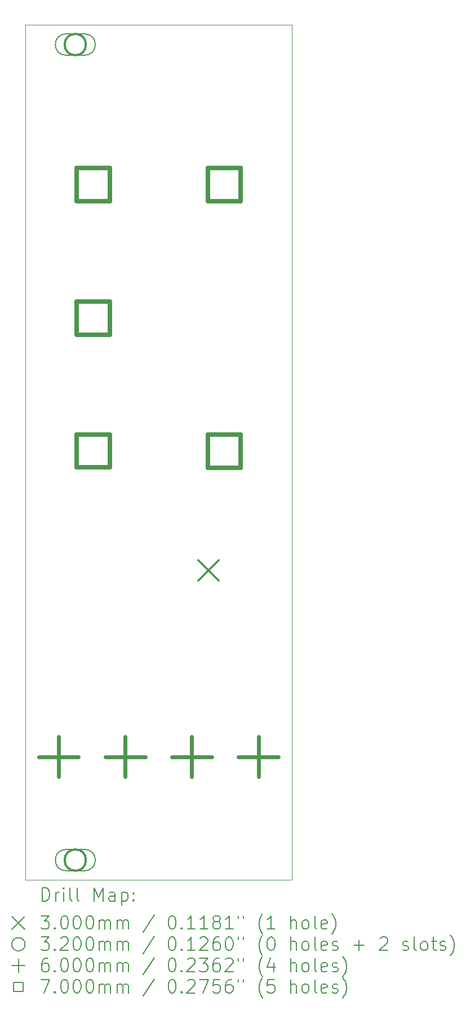
<source format=gbr>
%TF.GenerationSoftware,KiCad,Pcbnew,6.0.9+dfsg-1~bpo11+1*%
%TF.CreationDate,2023-01-13T02:31:23+08:00*%
%TF.ProjectId,MiniVerb - Front,4d696e69-5665-4726-9220-2d2046726f6e,rev?*%
%TF.SameCoordinates,Original*%
%TF.FileFunction,Drillmap*%
%TF.FilePolarity,Positive*%
%FSLAX45Y45*%
G04 Gerber Fmt 4.5, Leading zero omitted, Abs format (unit mm)*
G04 Created by KiCad (PCBNEW 6.0.9+dfsg-1~bpo11+1) date 2023-01-13 02:31:23*
%MOMM*%
%LPD*%
G01*
G04 APERTURE LIST*
%ADD10C,0.100000*%
%ADD11C,0.200000*%
%ADD12C,0.300000*%
%ADD13C,0.320000*%
%ADD14C,0.600000*%
%ADD15C,0.700000*%
G04 APERTURE END LIST*
D10*
X12000000Y-16050000D02*
X12000000Y-3200000D01*
X12000000Y-3200000D02*
X16000000Y-3200000D01*
X16000000Y-16050000D02*
X12000000Y-16050000D01*
X16000000Y-3200000D02*
X16000000Y-16050000D01*
D11*
D12*
X14600000Y-11250000D02*
X14900000Y-11550000D01*
X14900000Y-11250000D02*
X14600000Y-11550000D01*
D13*
X12910000Y-3500109D02*
G75*
G03*
X12910000Y-3500109I-160000J0D01*
G01*
D11*
X12610000Y-3660109D02*
X12890000Y-3660109D01*
X12610000Y-3340109D02*
X12890000Y-3340109D01*
X12890000Y-3660109D02*
G75*
G03*
X12890000Y-3340109I0J160000D01*
G01*
X12610000Y-3340109D02*
G75*
G03*
X12610000Y-3660109I0J-160000D01*
G01*
D13*
X12910000Y-15750109D02*
G75*
G03*
X12910000Y-15750109I-160000J0D01*
G01*
D11*
X12610000Y-15910109D02*
X12890000Y-15910109D01*
X12610000Y-15590109D02*
X12890000Y-15590109D01*
X12890000Y-15910109D02*
G75*
G03*
X12890000Y-15590109I0J160000D01*
G01*
X12610000Y-15590109D02*
G75*
G03*
X12610000Y-15910109I0J-160000D01*
G01*
D14*
X12499000Y-13900000D02*
X12499000Y-14500000D01*
X12199000Y-14200000D02*
X12799000Y-14200000D01*
X13500000Y-13900000D02*
X13500000Y-14500000D01*
X13200000Y-14200000D02*
X13800000Y-14200000D01*
X14500000Y-13900000D02*
X14500000Y-14500000D01*
X14200000Y-14200000D02*
X14800000Y-14200000D01*
X15501000Y-13900000D02*
X15501000Y-14500000D01*
X15201000Y-14200000D02*
X15801000Y-14200000D01*
D15*
X13265490Y-9852490D02*
X13265490Y-9357510D01*
X12770510Y-9357510D01*
X12770510Y-9852490D01*
X13265490Y-9852490D01*
X13266490Y-7857490D02*
X13266490Y-7362510D01*
X12771510Y-7362510D01*
X12771510Y-7857490D01*
X13266490Y-7857490D01*
X13267490Y-5852490D02*
X13267490Y-5357510D01*
X12772510Y-5357510D01*
X12772510Y-5852490D01*
X13267490Y-5852490D01*
X15237490Y-5852490D02*
X15237490Y-5357510D01*
X14742510Y-5357510D01*
X14742510Y-5852490D01*
X15237490Y-5852490D01*
X15237490Y-9854490D02*
X15237490Y-9359510D01*
X14742510Y-9359510D01*
X14742510Y-9854490D01*
X15237490Y-9854490D01*
D11*
X12252619Y-16365476D02*
X12252619Y-16165476D01*
X12300238Y-16165476D01*
X12328809Y-16175000D01*
X12347857Y-16194048D01*
X12357381Y-16213095D01*
X12366905Y-16251190D01*
X12366905Y-16279762D01*
X12357381Y-16317857D01*
X12347857Y-16336905D01*
X12328809Y-16355952D01*
X12300238Y-16365476D01*
X12252619Y-16365476D01*
X12452619Y-16365476D02*
X12452619Y-16232143D01*
X12452619Y-16270238D02*
X12462143Y-16251190D01*
X12471667Y-16241667D01*
X12490714Y-16232143D01*
X12509762Y-16232143D01*
X12576428Y-16365476D02*
X12576428Y-16232143D01*
X12576428Y-16165476D02*
X12566905Y-16175000D01*
X12576428Y-16184524D01*
X12585952Y-16175000D01*
X12576428Y-16165476D01*
X12576428Y-16184524D01*
X12700238Y-16365476D02*
X12681190Y-16355952D01*
X12671667Y-16336905D01*
X12671667Y-16165476D01*
X12805000Y-16365476D02*
X12785952Y-16355952D01*
X12776428Y-16336905D01*
X12776428Y-16165476D01*
X13033571Y-16365476D02*
X13033571Y-16165476D01*
X13100238Y-16308333D01*
X13166905Y-16165476D01*
X13166905Y-16365476D01*
X13347857Y-16365476D02*
X13347857Y-16260714D01*
X13338333Y-16241667D01*
X13319286Y-16232143D01*
X13281190Y-16232143D01*
X13262143Y-16241667D01*
X13347857Y-16355952D02*
X13328809Y-16365476D01*
X13281190Y-16365476D01*
X13262143Y-16355952D01*
X13252619Y-16336905D01*
X13252619Y-16317857D01*
X13262143Y-16298809D01*
X13281190Y-16289286D01*
X13328809Y-16289286D01*
X13347857Y-16279762D01*
X13443095Y-16232143D02*
X13443095Y-16432143D01*
X13443095Y-16241667D02*
X13462143Y-16232143D01*
X13500238Y-16232143D01*
X13519286Y-16241667D01*
X13528809Y-16251190D01*
X13538333Y-16270238D01*
X13538333Y-16327381D01*
X13528809Y-16346428D01*
X13519286Y-16355952D01*
X13500238Y-16365476D01*
X13462143Y-16365476D01*
X13443095Y-16355952D01*
X13624048Y-16346428D02*
X13633571Y-16355952D01*
X13624048Y-16365476D01*
X13614524Y-16355952D01*
X13624048Y-16346428D01*
X13624048Y-16365476D01*
X13624048Y-16241667D02*
X13633571Y-16251190D01*
X13624048Y-16260714D01*
X13614524Y-16251190D01*
X13624048Y-16241667D01*
X13624048Y-16260714D01*
X11795000Y-16595000D02*
X11995000Y-16795000D01*
X11995000Y-16595000D02*
X11795000Y-16795000D01*
X12233571Y-16585476D02*
X12357381Y-16585476D01*
X12290714Y-16661667D01*
X12319286Y-16661667D01*
X12338333Y-16671190D01*
X12347857Y-16680714D01*
X12357381Y-16699762D01*
X12357381Y-16747381D01*
X12347857Y-16766428D01*
X12338333Y-16775952D01*
X12319286Y-16785476D01*
X12262143Y-16785476D01*
X12243095Y-16775952D01*
X12233571Y-16766428D01*
X12443095Y-16766428D02*
X12452619Y-16775952D01*
X12443095Y-16785476D01*
X12433571Y-16775952D01*
X12443095Y-16766428D01*
X12443095Y-16785476D01*
X12576428Y-16585476D02*
X12595476Y-16585476D01*
X12614524Y-16595000D01*
X12624048Y-16604524D01*
X12633571Y-16623571D01*
X12643095Y-16661667D01*
X12643095Y-16709286D01*
X12633571Y-16747381D01*
X12624048Y-16766428D01*
X12614524Y-16775952D01*
X12595476Y-16785476D01*
X12576428Y-16785476D01*
X12557381Y-16775952D01*
X12547857Y-16766428D01*
X12538333Y-16747381D01*
X12528809Y-16709286D01*
X12528809Y-16661667D01*
X12538333Y-16623571D01*
X12547857Y-16604524D01*
X12557381Y-16595000D01*
X12576428Y-16585476D01*
X12766905Y-16585476D02*
X12785952Y-16585476D01*
X12805000Y-16595000D01*
X12814524Y-16604524D01*
X12824048Y-16623571D01*
X12833571Y-16661667D01*
X12833571Y-16709286D01*
X12824048Y-16747381D01*
X12814524Y-16766428D01*
X12805000Y-16775952D01*
X12785952Y-16785476D01*
X12766905Y-16785476D01*
X12747857Y-16775952D01*
X12738333Y-16766428D01*
X12728809Y-16747381D01*
X12719286Y-16709286D01*
X12719286Y-16661667D01*
X12728809Y-16623571D01*
X12738333Y-16604524D01*
X12747857Y-16595000D01*
X12766905Y-16585476D01*
X12957381Y-16585476D02*
X12976428Y-16585476D01*
X12995476Y-16595000D01*
X13005000Y-16604524D01*
X13014524Y-16623571D01*
X13024048Y-16661667D01*
X13024048Y-16709286D01*
X13014524Y-16747381D01*
X13005000Y-16766428D01*
X12995476Y-16775952D01*
X12976428Y-16785476D01*
X12957381Y-16785476D01*
X12938333Y-16775952D01*
X12928809Y-16766428D01*
X12919286Y-16747381D01*
X12909762Y-16709286D01*
X12909762Y-16661667D01*
X12919286Y-16623571D01*
X12928809Y-16604524D01*
X12938333Y-16595000D01*
X12957381Y-16585476D01*
X13109762Y-16785476D02*
X13109762Y-16652143D01*
X13109762Y-16671190D02*
X13119286Y-16661667D01*
X13138333Y-16652143D01*
X13166905Y-16652143D01*
X13185952Y-16661667D01*
X13195476Y-16680714D01*
X13195476Y-16785476D01*
X13195476Y-16680714D02*
X13205000Y-16661667D01*
X13224048Y-16652143D01*
X13252619Y-16652143D01*
X13271667Y-16661667D01*
X13281190Y-16680714D01*
X13281190Y-16785476D01*
X13376428Y-16785476D02*
X13376428Y-16652143D01*
X13376428Y-16671190D02*
X13385952Y-16661667D01*
X13405000Y-16652143D01*
X13433571Y-16652143D01*
X13452619Y-16661667D01*
X13462143Y-16680714D01*
X13462143Y-16785476D01*
X13462143Y-16680714D02*
X13471667Y-16661667D01*
X13490714Y-16652143D01*
X13519286Y-16652143D01*
X13538333Y-16661667D01*
X13547857Y-16680714D01*
X13547857Y-16785476D01*
X13938333Y-16575952D02*
X13766905Y-16833095D01*
X14195476Y-16585476D02*
X14214524Y-16585476D01*
X14233571Y-16595000D01*
X14243095Y-16604524D01*
X14252619Y-16623571D01*
X14262143Y-16661667D01*
X14262143Y-16709286D01*
X14252619Y-16747381D01*
X14243095Y-16766428D01*
X14233571Y-16775952D01*
X14214524Y-16785476D01*
X14195476Y-16785476D01*
X14176428Y-16775952D01*
X14166905Y-16766428D01*
X14157381Y-16747381D01*
X14147857Y-16709286D01*
X14147857Y-16661667D01*
X14157381Y-16623571D01*
X14166905Y-16604524D01*
X14176428Y-16595000D01*
X14195476Y-16585476D01*
X14347857Y-16766428D02*
X14357381Y-16775952D01*
X14347857Y-16785476D01*
X14338333Y-16775952D01*
X14347857Y-16766428D01*
X14347857Y-16785476D01*
X14547857Y-16785476D02*
X14433571Y-16785476D01*
X14490714Y-16785476D02*
X14490714Y-16585476D01*
X14471667Y-16614048D01*
X14452619Y-16633095D01*
X14433571Y-16642619D01*
X14738333Y-16785476D02*
X14624048Y-16785476D01*
X14681190Y-16785476D02*
X14681190Y-16585476D01*
X14662143Y-16614048D01*
X14643095Y-16633095D01*
X14624048Y-16642619D01*
X14852619Y-16671190D02*
X14833571Y-16661667D01*
X14824048Y-16652143D01*
X14814524Y-16633095D01*
X14814524Y-16623571D01*
X14824048Y-16604524D01*
X14833571Y-16595000D01*
X14852619Y-16585476D01*
X14890714Y-16585476D01*
X14909762Y-16595000D01*
X14919286Y-16604524D01*
X14928809Y-16623571D01*
X14928809Y-16633095D01*
X14919286Y-16652143D01*
X14909762Y-16661667D01*
X14890714Y-16671190D01*
X14852619Y-16671190D01*
X14833571Y-16680714D01*
X14824048Y-16690238D01*
X14814524Y-16709286D01*
X14814524Y-16747381D01*
X14824048Y-16766428D01*
X14833571Y-16775952D01*
X14852619Y-16785476D01*
X14890714Y-16785476D01*
X14909762Y-16775952D01*
X14919286Y-16766428D01*
X14928809Y-16747381D01*
X14928809Y-16709286D01*
X14919286Y-16690238D01*
X14909762Y-16680714D01*
X14890714Y-16671190D01*
X15119286Y-16785476D02*
X15005000Y-16785476D01*
X15062143Y-16785476D02*
X15062143Y-16585476D01*
X15043095Y-16614048D01*
X15024048Y-16633095D01*
X15005000Y-16642619D01*
X15195476Y-16585476D02*
X15195476Y-16623571D01*
X15271667Y-16585476D02*
X15271667Y-16623571D01*
X15566905Y-16861667D02*
X15557381Y-16852143D01*
X15538333Y-16823571D01*
X15528809Y-16804524D01*
X15519286Y-16775952D01*
X15509762Y-16728333D01*
X15509762Y-16690238D01*
X15519286Y-16642619D01*
X15528809Y-16614048D01*
X15538333Y-16595000D01*
X15557381Y-16566428D01*
X15566905Y-16556905D01*
X15747857Y-16785476D02*
X15633571Y-16785476D01*
X15690714Y-16785476D02*
X15690714Y-16585476D01*
X15671667Y-16614048D01*
X15652619Y-16633095D01*
X15633571Y-16642619D01*
X15985952Y-16785476D02*
X15985952Y-16585476D01*
X16071667Y-16785476D02*
X16071667Y-16680714D01*
X16062143Y-16661667D01*
X16043095Y-16652143D01*
X16014524Y-16652143D01*
X15995476Y-16661667D01*
X15985952Y-16671190D01*
X16195476Y-16785476D02*
X16176428Y-16775952D01*
X16166905Y-16766428D01*
X16157381Y-16747381D01*
X16157381Y-16690238D01*
X16166905Y-16671190D01*
X16176428Y-16661667D01*
X16195476Y-16652143D01*
X16224048Y-16652143D01*
X16243095Y-16661667D01*
X16252619Y-16671190D01*
X16262143Y-16690238D01*
X16262143Y-16747381D01*
X16252619Y-16766428D01*
X16243095Y-16775952D01*
X16224048Y-16785476D01*
X16195476Y-16785476D01*
X16376428Y-16785476D02*
X16357381Y-16775952D01*
X16347857Y-16756905D01*
X16347857Y-16585476D01*
X16528809Y-16775952D02*
X16509762Y-16785476D01*
X16471667Y-16785476D01*
X16452619Y-16775952D01*
X16443095Y-16756905D01*
X16443095Y-16680714D01*
X16452619Y-16661667D01*
X16471667Y-16652143D01*
X16509762Y-16652143D01*
X16528809Y-16661667D01*
X16538333Y-16680714D01*
X16538333Y-16699762D01*
X16443095Y-16718809D01*
X16605000Y-16861667D02*
X16614524Y-16852143D01*
X16633571Y-16823571D01*
X16643095Y-16804524D01*
X16652619Y-16775952D01*
X16662143Y-16728333D01*
X16662143Y-16690238D01*
X16652619Y-16642619D01*
X16643095Y-16614048D01*
X16633571Y-16595000D01*
X16614524Y-16566428D01*
X16605000Y-16556905D01*
X11995000Y-17015000D02*
G75*
G03*
X11995000Y-17015000I-100000J0D01*
G01*
X12233571Y-16905476D02*
X12357381Y-16905476D01*
X12290714Y-16981667D01*
X12319286Y-16981667D01*
X12338333Y-16991190D01*
X12347857Y-17000714D01*
X12357381Y-17019762D01*
X12357381Y-17067381D01*
X12347857Y-17086429D01*
X12338333Y-17095952D01*
X12319286Y-17105476D01*
X12262143Y-17105476D01*
X12243095Y-17095952D01*
X12233571Y-17086429D01*
X12443095Y-17086429D02*
X12452619Y-17095952D01*
X12443095Y-17105476D01*
X12433571Y-17095952D01*
X12443095Y-17086429D01*
X12443095Y-17105476D01*
X12528809Y-16924524D02*
X12538333Y-16915000D01*
X12557381Y-16905476D01*
X12605000Y-16905476D01*
X12624048Y-16915000D01*
X12633571Y-16924524D01*
X12643095Y-16943571D01*
X12643095Y-16962619D01*
X12633571Y-16991190D01*
X12519286Y-17105476D01*
X12643095Y-17105476D01*
X12766905Y-16905476D02*
X12785952Y-16905476D01*
X12805000Y-16915000D01*
X12814524Y-16924524D01*
X12824048Y-16943571D01*
X12833571Y-16981667D01*
X12833571Y-17029286D01*
X12824048Y-17067381D01*
X12814524Y-17086429D01*
X12805000Y-17095952D01*
X12785952Y-17105476D01*
X12766905Y-17105476D01*
X12747857Y-17095952D01*
X12738333Y-17086429D01*
X12728809Y-17067381D01*
X12719286Y-17029286D01*
X12719286Y-16981667D01*
X12728809Y-16943571D01*
X12738333Y-16924524D01*
X12747857Y-16915000D01*
X12766905Y-16905476D01*
X12957381Y-16905476D02*
X12976428Y-16905476D01*
X12995476Y-16915000D01*
X13005000Y-16924524D01*
X13014524Y-16943571D01*
X13024048Y-16981667D01*
X13024048Y-17029286D01*
X13014524Y-17067381D01*
X13005000Y-17086429D01*
X12995476Y-17095952D01*
X12976428Y-17105476D01*
X12957381Y-17105476D01*
X12938333Y-17095952D01*
X12928809Y-17086429D01*
X12919286Y-17067381D01*
X12909762Y-17029286D01*
X12909762Y-16981667D01*
X12919286Y-16943571D01*
X12928809Y-16924524D01*
X12938333Y-16915000D01*
X12957381Y-16905476D01*
X13109762Y-17105476D02*
X13109762Y-16972143D01*
X13109762Y-16991190D02*
X13119286Y-16981667D01*
X13138333Y-16972143D01*
X13166905Y-16972143D01*
X13185952Y-16981667D01*
X13195476Y-17000714D01*
X13195476Y-17105476D01*
X13195476Y-17000714D02*
X13205000Y-16981667D01*
X13224048Y-16972143D01*
X13252619Y-16972143D01*
X13271667Y-16981667D01*
X13281190Y-17000714D01*
X13281190Y-17105476D01*
X13376428Y-17105476D02*
X13376428Y-16972143D01*
X13376428Y-16991190D02*
X13385952Y-16981667D01*
X13405000Y-16972143D01*
X13433571Y-16972143D01*
X13452619Y-16981667D01*
X13462143Y-17000714D01*
X13462143Y-17105476D01*
X13462143Y-17000714D02*
X13471667Y-16981667D01*
X13490714Y-16972143D01*
X13519286Y-16972143D01*
X13538333Y-16981667D01*
X13547857Y-17000714D01*
X13547857Y-17105476D01*
X13938333Y-16895952D02*
X13766905Y-17153095D01*
X14195476Y-16905476D02*
X14214524Y-16905476D01*
X14233571Y-16915000D01*
X14243095Y-16924524D01*
X14252619Y-16943571D01*
X14262143Y-16981667D01*
X14262143Y-17029286D01*
X14252619Y-17067381D01*
X14243095Y-17086429D01*
X14233571Y-17095952D01*
X14214524Y-17105476D01*
X14195476Y-17105476D01*
X14176428Y-17095952D01*
X14166905Y-17086429D01*
X14157381Y-17067381D01*
X14147857Y-17029286D01*
X14147857Y-16981667D01*
X14157381Y-16943571D01*
X14166905Y-16924524D01*
X14176428Y-16915000D01*
X14195476Y-16905476D01*
X14347857Y-17086429D02*
X14357381Y-17095952D01*
X14347857Y-17105476D01*
X14338333Y-17095952D01*
X14347857Y-17086429D01*
X14347857Y-17105476D01*
X14547857Y-17105476D02*
X14433571Y-17105476D01*
X14490714Y-17105476D02*
X14490714Y-16905476D01*
X14471667Y-16934048D01*
X14452619Y-16953095D01*
X14433571Y-16962619D01*
X14624048Y-16924524D02*
X14633571Y-16915000D01*
X14652619Y-16905476D01*
X14700238Y-16905476D01*
X14719286Y-16915000D01*
X14728809Y-16924524D01*
X14738333Y-16943571D01*
X14738333Y-16962619D01*
X14728809Y-16991190D01*
X14614524Y-17105476D01*
X14738333Y-17105476D01*
X14909762Y-16905476D02*
X14871667Y-16905476D01*
X14852619Y-16915000D01*
X14843095Y-16924524D01*
X14824048Y-16953095D01*
X14814524Y-16991190D01*
X14814524Y-17067381D01*
X14824048Y-17086429D01*
X14833571Y-17095952D01*
X14852619Y-17105476D01*
X14890714Y-17105476D01*
X14909762Y-17095952D01*
X14919286Y-17086429D01*
X14928809Y-17067381D01*
X14928809Y-17019762D01*
X14919286Y-17000714D01*
X14909762Y-16991190D01*
X14890714Y-16981667D01*
X14852619Y-16981667D01*
X14833571Y-16991190D01*
X14824048Y-17000714D01*
X14814524Y-17019762D01*
X15052619Y-16905476D02*
X15071667Y-16905476D01*
X15090714Y-16915000D01*
X15100238Y-16924524D01*
X15109762Y-16943571D01*
X15119286Y-16981667D01*
X15119286Y-17029286D01*
X15109762Y-17067381D01*
X15100238Y-17086429D01*
X15090714Y-17095952D01*
X15071667Y-17105476D01*
X15052619Y-17105476D01*
X15033571Y-17095952D01*
X15024048Y-17086429D01*
X15014524Y-17067381D01*
X15005000Y-17029286D01*
X15005000Y-16981667D01*
X15014524Y-16943571D01*
X15024048Y-16924524D01*
X15033571Y-16915000D01*
X15052619Y-16905476D01*
X15195476Y-16905476D02*
X15195476Y-16943571D01*
X15271667Y-16905476D02*
X15271667Y-16943571D01*
X15566905Y-17181667D02*
X15557381Y-17172143D01*
X15538333Y-17143571D01*
X15528809Y-17124524D01*
X15519286Y-17095952D01*
X15509762Y-17048333D01*
X15509762Y-17010238D01*
X15519286Y-16962619D01*
X15528809Y-16934048D01*
X15538333Y-16915000D01*
X15557381Y-16886429D01*
X15566905Y-16876905D01*
X15681190Y-16905476D02*
X15700238Y-16905476D01*
X15719286Y-16915000D01*
X15728809Y-16924524D01*
X15738333Y-16943571D01*
X15747857Y-16981667D01*
X15747857Y-17029286D01*
X15738333Y-17067381D01*
X15728809Y-17086429D01*
X15719286Y-17095952D01*
X15700238Y-17105476D01*
X15681190Y-17105476D01*
X15662143Y-17095952D01*
X15652619Y-17086429D01*
X15643095Y-17067381D01*
X15633571Y-17029286D01*
X15633571Y-16981667D01*
X15643095Y-16943571D01*
X15652619Y-16924524D01*
X15662143Y-16915000D01*
X15681190Y-16905476D01*
X15985952Y-17105476D02*
X15985952Y-16905476D01*
X16071667Y-17105476D02*
X16071667Y-17000714D01*
X16062143Y-16981667D01*
X16043095Y-16972143D01*
X16014524Y-16972143D01*
X15995476Y-16981667D01*
X15985952Y-16991190D01*
X16195476Y-17105476D02*
X16176428Y-17095952D01*
X16166905Y-17086429D01*
X16157381Y-17067381D01*
X16157381Y-17010238D01*
X16166905Y-16991190D01*
X16176428Y-16981667D01*
X16195476Y-16972143D01*
X16224048Y-16972143D01*
X16243095Y-16981667D01*
X16252619Y-16991190D01*
X16262143Y-17010238D01*
X16262143Y-17067381D01*
X16252619Y-17086429D01*
X16243095Y-17095952D01*
X16224048Y-17105476D01*
X16195476Y-17105476D01*
X16376428Y-17105476D02*
X16357381Y-17095952D01*
X16347857Y-17076905D01*
X16347857Y-16905476D01*
X16528809Y-17095952D02*
X16509762Y-17105476D01*
X16471667Y-17105476D01*
X16452619Y-17095952D01*
X16443095Y-17076905D01*
X16443095Y-17000714D01*
X16452619Y-16981667D01*
X16471667Y-16972143D01*
X16509762Y-16972143D01*
X16528809Y-16981667D01*
X16538333Y-17000714D01*
X16538333Y-17019762D01*
X16443095Y-17038810D01*
X16614524Y-17095952D02*
X16633571Y-17105476D01*
X16671667Y-17105476D01*
X16690714Y-17095952D01*
X16700238Y-17076905D01*
X16700238Y-17067381D01*
X16690714Y-17048333D01*
X16671667Y-17038810D01*
X16643095Y-17038810D01*
X16624048Y-17029286D01*
X16614524Y-17010238D01*
X16614524Y-17000714D01*
X16624048Y-16981667D01*
X16643095Y-16972143D01*
X16671667Y-16972143D01*
X16690714Y-16981667D01*
X16938333Y-17029286D02*
X17090714Y-17029286D01*
X17014524Y-17105476D02*
X17014524Y-16953095D01*
X17328810Y-16924524D02*
X17338333Y-16915000D01*
X17357381Y-16905476D01*
X17405000Y-16905476D01*
X17424048Y-16915000D01*
X17433571Y-16924524D01*
X17443095Y-16943571D01*
X17443095Y-16962619D01*
X17433571Y-16991190D01*
X17319286Y-17105476D01*
X17443095Y-17105476D01*
X17671667Y-17095952D02*
X17690714Y-17105476D01*
X17728810Y-17105476D01*
X17747857Y-17095952D01*
X17757381Y-17076905D01*
X17757381Y-17067381D01*
X17747857Y-17048333D01*
X17728810Y-17038810D01*
X17700238Y-17038810D01*
X17681190Y-17029286D01*
X17671667Y-17010238D01*
X17671667Y-17000714D01*
X17681190Y-16981667D01*
X17700238Y-16972143D01*
X17728810Y-16972143D01*
X17747857Y-16981667D01*
X17871667Y-17105476D02*
X17852619Y-17095952D01*
X17843095Y-17076905D01*
X17843095Y-16905476D01*
X17976429Y-17105476D02*
X17957381Y-17095952D01*
X17947857Y-17086429D01*
X17938333Y-17067381D01*
X17938333Y-17010238D01*
X17947857Y-16991190D01*
X17957381Y-16981667D01*
X17976429Y-16972143D01*
X18005000Y-16972143D01*
X18024048Y-16981667D01*
X18033571Y-16991190D01*
X18043095Y-17010238D01*
X18043095Y-17067381D01*
X18033571Y-17086429D01*
X18024048Y-17095952D01*
X18005000Y-17105476D01*
X17976429Y-17105476D01*
X18100238Y-16972143D02*
X18176429Y-16972143D01*
X18128810Y-16905476D02*
X18128810Y-17076905D01*
X18138333Y-17095952D01*
X18157381Y-17105476D01*
X18176429Y-17105476D01*
X18233571Y-17095952D02*
X18252619Y-17105476D01*
X18290714Y-17105476D01*
X18309762Y-17095952D01*
X18319286Y-17076905D01*
X18319286Y-17067381D01*
X18309762Y-17048333D01*
X18290714Y-17038810D01*
X18262143Y-17038810D01*
X18243095Y-17029286D01*
X18233571Y-17010238D01*
X18233571Y-17000714D01*
X18243095Y-16981667D01*
X18262143Y-16972143D01*
X18290714Y-16972143D01*
X18309762Y-16981667D01*
X18385952Y-17181667D02*
X18395476Y-17172143D01*
X18414524Y-17143571D01*
X18424048Y-17124524D01*
X18433571Y-17095952D01*
X18443095Y-17048333D01*
X18443095Y-17010238D01*
X18433571Y-16962619D01*
X18424048Y-16934048D01*
X18414524Y-16915000D01*
X18395476Y-16886429D01*
X18385952Y-16876905D01*
X11895000Y-17235000D02*
X11895000Y-17435000D01*
X11795000Y-17335000D02*
X11995000Y-17335000D01*
X12338333Y-17225476D02*
X12300238Y-17225476D01*
X12281190Y-17235000D01*
X12271667Y-17244524D01*
X12252619Y-17273095D01*
X12243095Y-17311190D01*
X12243095Y-17387381D01*
X12252619Y-17406429D01*
X12262143Y-17415952D01*
X12281190Y-17425476D01*
X12319286Y-17425476D01*
X12338333Y-17415952D01*
X12347857Y-17406429D01*
X12357381Y-17387381D01*
X12357381Y-17339762D01*
X12347857Y-17320714D01*
X12338333Y-17311190D01*
X12319286Y-17301667D01*
X12281190Y-17301667D01*
X12262143Y-17311190D01*
X12252619Y-17320714D01*
X12243095Y-17339762D01*
X12443095Y-17406429D02*
X12452619Y-17415952D01*
X12443095Y-17425476D01*
X12433571Y-17415952D01*
X12443095Y-17406429D01*
X12443095Y-17425476D01*
X12576428Y-17225476D02*
X12595476Y-17225476D01*
X12614524Y-17235000D01*
X12624048Y-17244524D01*
X12633571Y-17263571D01*
X12643095Y-17301667D01*
X12643095Y-17349286D01*
X12633571Y-17387381D01*
X12624048Y-17406429D01*
X12614524Y-17415952D01*
X12595476Y-17425476D01*
X12576428Y-17425476D01*
X12557381Y-17415952D01*
X12547857Y-17406429D01*
X12538333Y-17387381D01*
X12528809Y-17349286D01*
X12528809Y-17301667D01*
X12538333Y-17263571D01*
X12547857Y-17244524D01*
X12557381Y-17235000D01*
X12576428Y-17225476D01*
X12766905Y-17225476D02*
X12785952Y-17225476D01*
X12805000Y-17235000D01*
X12814524Y-17244524D01*
X12824048Y-17263571D01*
X12833571Y-17301667D01*
X12833571Y-17349286D01*
X12824048Y-17387381D01*
X12814524Y-17406429D01*
X12805000Y-17415952D01*
X12785952Y-17425476D01*
X12766905Y-17425476D01*
X12747857Y-17415952D01*
X12738333Y-17406429D01*
X12728809Y-17387381D01*
X12719286Y-17349286D01*
X12719286Y-17301667D01*
X12728809Y-17263571D01*
X12738333Y-17244524D01*
X12747857Y-17235000D01*
X12766905Y-17225476D01*
X12957381Y-17225476D02*
X12976428Y-17225476D01*
X12995476Y-17235000D01*
X13005000Y-17244524D01*
X13014524Y-17263571D01*
X13024048Y-17301667D01*
X13024048Y-17349286D01*
X13014524Y-17387381D01*
X13005000Y-17406429D01*
X12995476Y-17415952D01*
X12976428Y-17425476D01*
X12957381Y-17425476D01*
X12938333Y-17415952D01*
X12928809Y-17406429D01*
X12919286Y-17387381D01*
X12909762Y-17349286D01*
X12909762Y-17301667D01*
X12919286Y-17263571D01*
X12928809Y-17244524D01*
X12938333Y-17235000D01*
X12957381Y-17225476D01*
X13109762Y-17425476D02*
X13109762Y-17292143D01*
X13109762Y-17311190D02*
X13119286Y-17301667D01*
X13138333Y-17292143D01*
X13166905Y-17292143D01*
X13185952Y-17301667D01*
X13195476Y-17320714D01*
X13195476Y-17425476D01*
X13195476Y-17320714D02*
X13205000Y-17301667D01*
X13224048Y-17292143D01*
X13252619Y-17292143D01*
X13271667Y-17301667D01*
X13281190Y-17320714D01*
X13281190Y-17425476D01*
X13376428Y-17425476D02*
X13376428Y-17292143D01*
X13376428Y-17311190D02*
X13385952Y-17301667D01*
X13405000Y-17292143D01*
X13433571Y-17292143D01*
X13452619Y-17301667D01*
X13462143Y-17320714D01*
X13462143Y-17425476D01*
X13462143Y-17320714D02*
X13471667Y-17301667D01*
X13490714Y-17292143D01*
X13519286Y-17292143D01*
X13538333Y-17301667D01*
X13547857Y-17320714D01*
X13547857Y-17425476D01*
X13938333Y-17215952D02*
X13766905Y-17473095D01*
X14195476Y-17225476D02*
X14214524Y-17225476D01*
X14233571Y-17235000D01*
X14243095Y-17244524D01*
X14252619Y-17263571D01*
X14262143Y-17301667D01*
X14262143Y-17349286D01*
X14252619Y-17387381D01*
X14243095Y-17406429D01*
X14233571Y-17415952D01*
X14214524Y-17425476D01*
X14195476Y-17425476D01*
X14176428Y-17415952D01*
X14166905Y-17406429D01*
X14157381Y-17387381D01*
X14147857Y-17349286D01*
X14147857Y-17301667D01*
X14157381Y-17263571D01*
X14166905Y-17244524D01*
X14176428Y-17235000D01*
X14195476Y-17225476D01*
X14347857Y-17406429D02*
X14357381Y-17415952D01*
X14347857Y-17425476D01*
X14338333Y-17415952D01*
X14347857Y-17406429D01*
X14347857Y-17425476D01*
X14433571Y-17244524D02*
X14443095Y-17235000D01*
X14462143Y-17225476D01*
X14509762Y-17225476D01*
X14528809Y-17235000D01*
X14538333Y-17244524D01*
X14547857Y-17263571D01*
X14547857Y-17282619D01*
X14538333Y-17311190D01*
X14424048Y-17425476D01*
X14547857Y-17425476D01*
X14614524Y-17225476D02*
X14738333Y-17225476D01*
X14671667Y-17301667D01*
X14700238Y-17301667D01*
X14719286Y-17311190D01*
X14728809Y-17320714D01*
X14738333Y-17339762D01*
X14738333Y-17387381D01*
X14728809Y-17406429D01*
X14719286Y-17415952D01*
X14700238Y-17425476D01*
X14643095Y-17425476D01*
X14624048Y-17415952D01*
X14614524Y-17406429D01*
X14909762Y-17225476D02*
X14871667Y-17225476D01*
X14852619Y-17235000D01*
X14843095Y-17244524D01*
X14824048Y-17273095D01*
X14814524Y-17311190D01*
X14814524Y-17387381D01*
X14824048Y-17406429D01*
X14833571Y-17415952D01*
X14852619Y-17425476D01*
X14890714Y-17425476D01*
X14909762Y-17415952D01*
X14919286Y-17406429D01*
X14928809Y-17387381D01*
X14928809Y-17339762D01*
X14919286Y-17320714D01*
X14909762Y-17311190D01*
X14890714Y-17301667D01*
X14852619Y-17301667D01*
X14833571Y-17311190D01*
X14824048Y-17320714D01*
X14814524Y-17339762D01*
X15005000Y-17244524D02*
X15014524Y-17235000D01*
X15033571Y-17225476D01*
X15081190Y-17225476D01*
X15100238Y-17235000D01*
X15109762Y-17244524D01*
X15119286Y-17263571D01*
X15119286Y-17282619D01*
X15109762Y-17311190D01*
X14995476Y-17425476D01*
X15119286Y-17425476D01*
X15195476Y-17225476D02*
X15195476Y-17263571D01*
X15271667Y-17225476D02*
X15271667Y-17263571D01*
X15566905Y-17501667D02*
X15557381Y-17492143D01*
X15538333Y-17463571D01*
X15528809Y-17444524D01*
X15519286Y-17415952D01*
X15509762Y-17368333D01*
X15509762Y-17330238D01*
X15519286Y-17282619D01*
X15528809Y-17254048D01*
X15538333Y-17235000D01*
X15557381Y-17206429D01*
X15566905Y-17196905D01*
X15728809Y-17292143D02*
X15728809Y-17425476D01*
X15681190Y-17215952D02*
X15633571Y-17358810D01*
X15757381Y-17358810D01*
X15985952Y-17425476D02*
X15985952Y-17225476D01*
X16071667Y-17425476D02*
X16071667Y-17320714D01*
X16062143Y-17301667D01*
X16043095Y-17292143D01*
X16014524Y-17292143D01*
X15995476Y-17301667D01*
X15985952Y-17311190D01*
X16195476Y-17425476D02*
X16176428Y-17415952D01*
X16166905Y-17406429D01*
X16157381Y-17387381D01*
X16157381Y-17330238D01*
X16166905Y-17311190D01*
X16176428Y-17301667D01*
X16195476Y-17292143D01*
X16224048Y-17292143D01*
X16243095Y-17301667D01*
X16252619Y-17311190D01*
X16262143Y-17330238D01*
X16262143Y-17387381D01*
X16252619Y-17406429D01*
X16243095Y-17415952D01*
X16224048Y-17425476D01*
X16195476Y-17425476D01*
X16376428Y-17425476D02*
X16357381Y-17415952D01*
X16347857Y-17396905D01*
X16347857Y-17225476D01*
X16528809Y-17415952D02*
X16509762Y-17425476D01*
X16471667Y-17425476D01*
X16452619Y-17415952D01*
X16443095Y-17396905D01*
X16443095Y-17320714D01*
X16452619Y-17301667D01*
X16471667Y-17292143D01*
X16509762Y-17292143D01*
X16528809Y-17301667D01*
X16538333Y-17320714D01*
X16538333Y-17339762D01*
X16443095Y-17358810D01*
X16614524Y-17415952D02*
X16633571Y-17425476D01*
X16671667Y-17425476D01*
X16690714Y-17415952D01*
X16700238Y-17396905D01*
X16700238Y-17387381D01*
X16690714Y-17368333D01*
X16671667Y-17358810D01*
X16643095Y-17358810D01*
X16624048Y-17349286D01*
X16614524Y-17330238D01*
X16614524Y-17320714D01*
X16624048Y-17301667D01*
X16643095Y-17292143D01*
X16671667Y-17292143D01*
X16690714Y-17301667D01*
X16766905Y-17501667D02*
X16776428Y-17492143D01*
X16795476Y-17463571D01*
X16805000Y-17444524D01*
X16814524Y-17415952D01*
X16824048Y-17368333D01*
X16824048Y-17330238D01*
X16814524Y-17282619D01*
X16805000Y-17254048D01*
X16795476Y-17235000D01*
X16776428Y-17206429D01*
X16766905Y-17196905D01*
X11965711Y-17725711D02*
X11965711Y-17584289D01*
X11824289Y-17584289D01*
X11824289Y-17725711D01*
X11965711Y-17725711D01*
X12233571Y-17545476D02*
X12366905Y-17545476D01*
X12281190Y-17745476D01*
X12443095Y-17726429D02*
X12452619Y-17735952D01*
X12443095Y-17745476D01*
X12433571Y-17735952D01*
X12443095Y-17726429D01*
X12443095Y-17745476D01*
X12576428Y-17545476D02*
X12595476Y-17545476D01*
X12614524Y-17555000D01*
X12624048Y-17564524D01*
X12633571Y-17583571D01*
X12643095Y-17621667D01*
X12643095Y-17669286D01*
X12633571Y-17707381D01*
X12624048Y-17726429D01*
X12614524Y-17735952D01*
X12595476Y-17745476D01*
X12576428Y-17745476D01*
X12557381Y-17735952D01*
X12547857Y-17726429D01*
X12538333Y-17707381D01*
X12528809Y-17669286D01*
X12528809Y-17621667D01*
X12538333Y-17583571D01*
X12547857Y-17564524D01*
X12557381Y-17555000D01*
X12576428Y-17545476D01*
X12766905Y-17545476D02*
X12785952Y-17545476D01*
X12805000Y-17555000D01*
X12814524Y-17564524D01*
X12824048Y-17583571D01*
X12833571Y-17621667D01*
X12833571Y-17669286D01*
X12824048Y-17707381D01*
X12814524Y-17726429D01*
X12805000Y-17735952D01*
X12785952Y-17745476D01*
X12766905Y-17745476D01*
X12747857Y-17735952D01*
X12738333Y-17726429D01*
X12728809Y-17707381D01*
X12719286Y-17669286D01*
X12719286Y-17621667D01*
X12728809Y-17583571D01*
X12738333Y-17564524D01*
X12747857Y-17555000D01*
X12766905Y-17545476D01*
X12957381Y-17545476D02*
X12976428Y-17545476D01*
X12995476Y-17555000D01*
X13005000Y-17564524D01*
X13014524Y-17583571D01*
X13024048Y-17621667D01*
X13024048Y-17669286D01*
X13014524Y-17707381D01*
X13005000Y-17726429D01*
X12995476Y-17735952D01*
X12976428Y-17745476D01*
X12957381Y-17745476D01*
X12938333Y-17735952D01*
X12928809Y-17726429D01*
X12919286Y-17707381D01*
X12909762Y-17669286D01*
X12909762Y-17621667D01*
X12919286Y-17583571D01*
X12928809Y-17564524D01*
X12938333Y-17555000D01*
X12957381Y-17545476D01*
X13109762Y-17745476D02*
X13109762Y-17612143D01*
X13109762Y-17631190D02*
X13119286Y-17621667D01*
X13138333Y-17612143D01*
X13166905Y-17612143D01*
X13185952Y-17621667D01*
X13195476Y-17640714D01*
X13195476Y-17745476D01*
X13195476Y-17640714D02*
X13205000Y-17621667D01*
X13224048Y-17612143D01*
X13252619Y-17612143D01*
X13271667Y-17621667D01*
X13281190Y-17640714D01*
X13281190Y-17745476D01*
X13376428Y-17745476D02*
X13376428Y-17612143D01*
X13376428Y-17631190D02*
X13385952Y-17621667D01*
X13405000Y-17612143D01*
X13433571Y-17612143D01*
X13452619Y-17621667D01*
X13462143Y-17640714D01*
X13462143Y-17745476D01*
X13462143Y-17640714D02*
X13471667Y-17621667D01*
X13490714Y-17612143D01*
X13519286Y-17612143D01*
X13538333Y-17621667D01*
X13547857Y-17640714D01*
X13547857Y-17745476D01*
X13938333Y-17535952D02*
X13766905Y-17793095D01*
X14195476Y-17545476D02*
X14214524Y-17545476D01*
X14233571Y-17555000D01*
X14243095Y-17564524D01*
X14252619Y-17583571D01*
X14262143Y-17621667D01*
X14262143Y-17669286D01*
X14252619Y-17707381D01*
X14243095Y-17726429D01*
X14233571Y-17735952D01*
X14214524Y-17745476D01*
X14195476Y-17745476D01*
X14176428Y-17735952D01*
X14166905Y-17726429D01*
X14157381Y-17707381D01*
X14147857Y-17669286D01*
X14147857Y-17621667D01*
X14157381Y-17583571D01*
X14166905Y-17564524D01*
X14176428Y-17555000D01*
X14195476Y-17545476D01*
X14347857Y-17726429D02*
X14357381Y-17735952D01*
X14347857Y-17745476D01*
X14338333Y-17735952D01*
X14347857Y-17726429D01*
X14347857Y-17745476D01*
X14433571Y-17564524D02*
X14443095Y-17555000D01*
X14462143Y-17545476D01*
X14509762Y-17545476D01*
X14528809Y-17555000D01*
X14538333Y-17564524D01*
X14547857Y-17583571D01*
X14547857Y-17602619D01*
X14538333Y-17631190D01*
X14424048Y-17745476D01*
X14547857Y-17745476D01*
X14614524Y-17545476D02*
X14747857Y-17545476D01*
X14662143Y-17745476D01*
X14919286Y-17545476D02*
X14824048Y-17545476D01*
X14814524Y-17640714D01*
X14824048Y-17631190D01*
X14843095Y-17621667D01*
X14890714Y-17621667D01*
X14909762Y-17631190D01*
X14919286Y-17640714D01*
X14928809Y-17659762D01*
X14928809Y-17707381D01*
X14919286Y-17726429D01*
X14909762Y-17735952D01*
X14890714Y-17745476D01*
X14843095Y-17745476D01*
X14824048Y-17735952D01*
X14814524Y-17726429D01*
X15100238Y-17545476D02*
X15062143Y-17545476D01*
X15043095Y-17555000D01*
X15033571Y-17564524D01*
X15014524Y-17593095D01*
X15005000Y-17631190D01*
X15005000Y-17707381D01*
X15014524Y-17726429D01*
X15024048Y-17735952D01*
X15043095Y-17745476D01*
X15081190Y-17745476D01*
X15100238Y-17735952D01*
X15109762Y-17726429D01*
X15119286Y-17707381D01*
X15119286Y-17659762D01*
X15109762Y-17640714D01*
X15100238Y-17631190D01*
X15081190Y-17621667D01*
X15043095Y-17621667D01*
X15024048Y-17631190D01*
X15014524Y-17640714D01*
X15005000Y-17659762D01*
X15195476Y-17545476D02*
X15195476Y-17583571D01*
X15271667Y-17545476D02*
X15271667Y-17583571D01*
X15566905Y-17821667D02*
X15557381Y-17812143D01*
X15538333Y-17783571D01*
X15528809Y-17764524D01*
X15519286Y-17735952D01*
X15509762Y-17688333D01*
X15509762Y-17650238D01*
X15519286Y-17602619D01*
X15528809Y-17574048D01*
X15538333Y-17555000D01*
X15557381Y-17526429D01*
X15566905Y-17516905D01*
X15738333Y-17545476D02*
X15643095Y-17545476D01*
X15633571Y-17640714D01*
X15643095Y-17631190D01*
X15662143Y-17621667D01*
X15709762Y-17621667D01*
X15728809Y-17631190D01*
X15738333Y-17640714D01*
X15747857Y-17659762D01*
X15747857Y-17707381D01*
X15738333Y-17726429D01*
X15728809Y-17735952D01*
X15709762Y-17745476D01*
X15662143Y-17745476D01*
X15643095Y-17735952D01*
X15633571Y-17726429D01*
X15985952Y-17745476D02*
X15985952Y-17545476D01*
X16071667Y-17745476D02*
X16071667Y-17640714D01*
X16062143Y-17621667D01*
X16043095Y-17612143D01*
X16014524Y-17612143D01*
X15995476Y-17621667D01*
X15985952Y-17631190D01*
X16195476Y-17745476D02*
X16176428Y-17735952D01*
X16166905Y-17726429D01*
X16157381Y-17707381D01*
X16157381Y-17650238D01*
X16166905Y-17631190D01*
X16176428Y-17621667D01*
X16195476Y-17612143D01*
X16224048Y-17612143D01*
X16243095Y-17621667D01*
X16252619Y-17631190D01*
X16262143Y-17650238D01*
X16262143Y-17707381D01*
X16252619Y-17726429D01*
X16243095Y-17735952D01*
X16224048Y-17745476D01*
X16195476Y-17745476D01*
X16376428Y-17745476D02*
X16357381Y-17735952D01*
X16347857Y-17716905D01*
X16347857Y-17545476D01*
X16528809Y-17735952D02*
X16509762Y-17745476D01*
X16471667Y-17745476D01*
X16452619Y-17735952D01*
X16443095Y-17716905D01*
X16443095Y-17640714D01*
X16452619Y-17621667D01*
X16471667Y-17612143D01*
X16509762Y-17612143D01*
X16528809Y-17621667D01*
X16538333Y-17640714D01*
X16538333Y-17659762D01*
X16443095Y-17678810D01*
X16614524Y-17735952D02*
X16633571Y-17745476D01*
X16671667Y-17745476D01*
X16690714Y-17735952D01*
X16700238Y-17716905D01*
X16700238Y-17707381D01*
X16690714Y-17688333D01*
X16671667Y-17678810D01*
X16643095Y-17678810D01*
X16624048Y-17669286D01*
X16614524Y-17650238D01*
X16614524Y-17640714D01*
X16624048Y-17621667D01*
X16643095Y-17612143D01*
X16671667Y-17612143D01*
X16690714Y-17621667D01*
X16766905Y-17821667D02*
X16776428Y-17812143D01*
X16795476Y-17783571D01*
X16805000Y-17764524D01*
X16814524Y-17735952D01*
X16824048Y-17688333D01*
X16824048Y-17650238D01*
X16814524Y-17602619D01*
X16805000Y-17574048D01*
X16795476Y-17555000D01*
X16776428Y-17526429D01*
X16766905Y-17516905D01*
M02*

</source>
